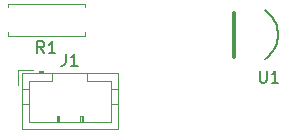
<source format=gbr>
%TF.GenerationSoftware,KiCad,Pcbnew,(5.1.10-1-10_14)*%
%TF.CreationDate,2021-11-05T21:54:39-04:00*%
%TF.ProjectId,TempSensor,54656d70-5365-46e7-936f-722e6b696361,rev?*%
%TF.SameCoordinates,Original*%
%TF.FileFunction,Legend,Top*%
%TF.FilePolarity,Positive*%
%FSLAX46Y46*%
G04 Gerber Fmt 4.6, Leading zero omitted, Abs format (unit mm)*
G04 Created by KiCad (PCBNEW (5.1.10-1-10_14)) date 2021-11-05 21:54:39*
%MOMM*%
%LPD*%
G01*
G04 APERTURE LIST*
%ADD10C,0.150000*%
%ADD11C,0.300000*%
%ADD12C,0.120000*%
G04 APERTURE END LIST*
D10*
%TO.C,U1*%
X154405354Y-69041326D02*
X154602411Y-69187474D01*
X154602411Y-69187474D02*
X154784195Y-69352233D01*
X154784195Y-69352233D02*
X154948954Y-69534017D01*
X154948954Y-69534017D02*
X155095102Y-69731074D01*
X155095102Y-69731074D02*
X155221231Y-69941508D01*
X155221231Y-69941508D02*
X155326127Y-70163291D01*
X155326127Y-70163291D02*
X155408779Y-70394288D01*
X155408779Y-70394288D02*
X155468391Y-70632274D01*
X155468391Y-70632274D02*
X155504390Y-70874957D01*
X155504390Y-70874957D02*
X155516428Y-71120000D01*
X155516428Y-71120000D02*
X155504390Y-71365043D01*
X155504390Y-71365043D02*
X155468391Y-71607726D01*
X155468391Y-71607726D02*
X155408779Y-71845712D01*
X155408779Y-71845712D02*
X155326127Y-72076709D01*
X155326127Y-72076709D02*
X155221231Y-72298492D01*
X155221231Y-72298492D02*
X155095102Y-72508926D01*
X155095102Y-72508926D02*
X154948954Y-72705983D01*
X154948954Y-72705983D02*
X154784195Y-72887767D01*
X154784195Y-72887767D02*
X154602411Y-73052526D01*
X154602411Y-73052526D02*
X154405354Y-73198674D01*
D11*
X151820000Y-69245000D02*
X151820000Y-72995000D01*
D12*
%TO.C,R1*%
X139160000Y-70890000D02*
X139160000Y-71220000D01*
X139160000Y-71220000D02*
X132620000Y-71220000D01*
X132620000Y-71220000D02*
X132620000Y-70890000D01*
X139160000Y-68810000D02*
X139160000Y-68480000D01*
X139160000Y-68480000D02*
X132620000Y-68480000D01*
X132620000Y-68480000D02*
X132620000Y-68810000D01*
%TO.C,J1*%
X133830000Y-74390000D02*
X133830000Y-79110000D01*
X133830000Y-79110000D02*
X141950000Y-79110000D01*
X141950000Y-79110000D02*
X141950000Y-74390000D01*
X141950000Y-74390000D02*
X133830000Y-74390000D01*
X135590000Y-74390000D02*
X135590000Y-74190000D01*
X135590000Y-74190000D02*
X135290000Y-74190000D01*
X135290000Y-74190000D02*
X135290000Y-74390000D01*
X135590000Y-74290000D02*
X135290000Y-74290000D01*
X136390000Y-74390000D02*
X136390000Y-75000000D01*
X136390000Y-75000000D02*
X134440000Y-75000000D01*
X134440000Y-75000000D02*
X134440000Y-78500000D01*
X134440000Y-78500000D02*
X141340000Y-78500000D01*
X141340000Y-78500000D02*
X141340000Y-75000000D01*
X141340000Y-75000000D02*
X139390000Y-75000000D01*
X139390000Y-75000000D02*
X139390000Y-74390000D01*
X133830000Y-75700000D02*
X134440000Y-75700000D01*
X133830000Y-77000000D02*
X134440000Y-77000000D01*
X141950000Y-75700000D02*
X141340000Y-75700000D01*
X141950000Y-77000000D02*
X141340000Y-77000000D01*
X136790000Y-78500000D02*
X136790000Y-78000000D01*
X136790000Y-78000000D02*
X136990000Y-78000000D01*
X136990000Y-78000000D02*
X136990000Y-78500000D01*
X136890000Y-78500000D02*
X136890000Y-78000000D01*
X138790000Y-78500000D02*
X138790000Y-78000000D01*
X138790000Y-78000000D02*
X138990000Y-78000000D01*
X138990000Y-78000000D02*
X138990000Y-78500000D01*
X138890000Y-78500000D02*
X138890000Y-78000000D01*
X134780000Y-74090000D02*
X133530000Y-74090000D01*
X133530000Y-74090000D02*
X133530000Y-75340000D01*
%TO.C,U1*%
D10*
X153985595Y-74167380D02*
X153985595Y-74976904D01*
X154033214Y-75072142D01*
X154080833Y-75119761D01*
X154176071Y-75167380D01*
X154366547Y-75167380D01*
X154461785Y-75119761D01*
X154509404Y-75072142D01*
X154557023Y-74976904D01*
X154557023Y-74167380D01*
X155557023Y-75167380D02*
X154985595Y-75167380D01*
X155271309Y-75167380D02*
X155271309Y-74167380D01*
X155176071Y-74310238D01*
X155080833Y-74405476D01*
X154985595Y-74453095D01*
%TO.C,R1*%
X135723333Y-72672380D02*
X135390000Y-72196190D01*
X135151904Y-72672380D02*
X135151904Y-71672380D01*
X135532857Y-71672380D01*
X135628095Y-71720000D01*
X135675714Y-71767619D01*
X135723333Y-71862857D01*
X135723333Y-72005714D01*
X135675714Y-72100952D01*
X135628095Y-72148571D01*
X135532857Y-72196190D01*
X135151904Y-72196190D01*
X136675714Y-72672380D02*
X136104285Y-72672380D01*
X136390000Y-72672380D02*
X136390000Y-71672380D01*
X136294761Y-71815238D01*
X136199523Y-71910476D01*
X136104285Y-71958095D01*
%TO.C,J1*%
X137556666Y-72752380D02*
X137556666Y-73466666D01*
X137509047Y-73609523D01*
X137413809Y-73704761D01*
X137270952Y-73752380D01*
X137175714Y-73752380D01*
X138556666Y-73752380D02*
X137985238Y-73752380D01*
X138270952Y-73752380D02*
X138270952Y-72752380D01*
X138175714Y-72895238D01*
X138080476Y-72990476D01*
X137985238Y-73038095D01*
%TD*%
M02*

</source>
